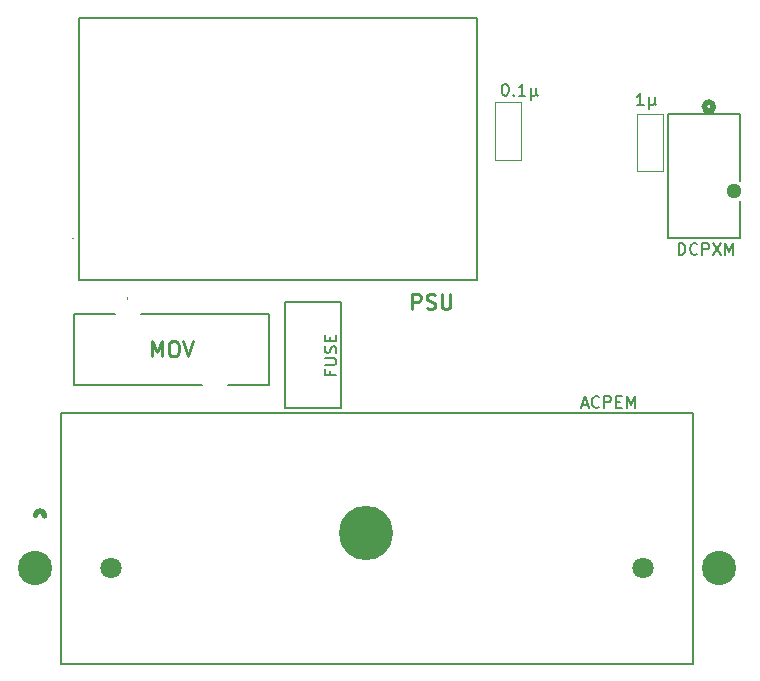
<source format=gto>
G04 #@! TF.GenerationSoftware,KiCad,Pcbnew,8.0.5*
G04 #@! TF.CreationDate,2024-11-21T16:32:45-05:00*
G04 #@! TF.ProjectId,Power_Daughterboard,506f7765-725f-4446-9175-676874657262,rev?*
G04 #@! TF.SameCoordinates,Original*
G04 #@! TF.FileFunction,Legend,Top*
G04 #@! TF.FilePolarity,Positive*
%FSLAX46Y46*%
G04 Gerber Fmt 4.6, Leading zero omitted, Abs format (unit mm)*
G04 Created by KiCad (PCBNEW 8.0.5) date 2024-11-21 16:32:45*
%MOMM*%
%LPD*%
G01*
G04 APERTURE LIST*
%ADD10C,0.150000*%
%ADD11C,0.254000*%
%ADD12C,0.120000*%
%ADD13C,0.100000*%
%ADD14C,0.200000*%
%ADD15C,0.152400*%
%ADD16C,0.508000*%
%ADD17C,1.295400*%
%ADD18C,2.895600*%
%ADD19C,1.803400*%
%ADD20C,4.600000*%
%ADD21C,1.400000*%
%ADD22R,1.800000X1.800000*%
%ADD23C,1.800000*%
%ADD24C,1.574800*%
%ADD25C,1.320800*%
%ADD26C,1.549400*%
%ADD27R,1.371600X1.371600*%
%ADD28C,1.371600*%
%ADD29R,1.500000X1.500000*%
%ADD30C,1.500000*%
G04 APERTURE END LIST*
D10*
X147207255Y-78509819D02*
X147302493Y-78509819D01*
X147302493Y-78509819D02*
X147397731Y-78557438D01*
X147397731Y-78557438D02*
X147445350Y-78605057D01*
X147445350Y-78605057D02*
X147492969Y-78700295D01*
X147492969Y-78700295D02*
X147540588Y-78890771D01*
X147540588Y-78890771D02*
X147540588Y-79128866D01*
X147540588Y-79128866D02*
X147492969Y-79319342D01*
X147492969Y-79319342D02*
X147445350Y-79414580D01*
X147445350Y-79414580D02*
X147397731Y-79462200D01*
X147397731Y-79462200D02*
X147302493Y-79509819D01*
X147302493Y-79509819D02*
X147207255Y-79509819D01*
X147207255Y-79509819D02*
X147112017Y-79462200D01*
X147112017Y-79462200D02*
X147064398Y-79414580D01*
X147064398Y-79414580D02*
X147016779Y-79319342D01*
X147016779Y-79319342D02*
X146969160Y-79128866D01*
X146969160Y-79128866D02*
X146969160Y-78890771D01*
X146969160Y-78890771D02*
X147016779Y-78700295D01*
X147016779Y-78700295D02*
X147064398Y-78605057D01*
X147064398Y-78605057D02*
X147112017Y-78557438D01*
X147112017Y-78557438D02*
X147207255Y-78509819D01*
X147969160Y-79414580D02*
X148016779Y-79462200D01*
X148016779Y-79462200D02*
X147969160Y-79509819D01*
X147969160Y-79509819D02*
X147921541Y-79462200D01*
X147921541Y-79462200D02*
X147969160Y-79414580D01*
X147969160Y-79414580D02*
X147969160Y-79509819D01*
X148969159Y-79509819D02*
X148397731Y-79509819D01*
X148683445Y-79509819D02*
X148683445Y-78509819D01*
X148683445Y-78509819D02*
X148588207Y-78652676D01*
X148588207Y-78652676D02*
X148492969Y-78747914D01*
X148492969Y-78747914D02*
X148397731Y-78795533D01*
X149397731Y-78843152D02*
X149397731Y-79843152D01*
X149873921Y-79366961D02*
X149921540Y-79462200D01*
X149921540Y-79462200D02*
X150016778Y-79509819D01*
X149397731Y-79366961D02*
X149445350Y-79462200D01*
X149445350Y-79462200D02*
X149540588Y-79509819D01*
X149540588Y-79509819D02*
X149731064Y-79509819D01*
X149731064Y-79509819D02*
X149826302Y-79462200D01*
X149826302Y-79462200D02*
X149873921Y-79366961D01*
X149873921Y-79366961D02*
X149873921Y-78843152D01*
X158990588Y-80299819D02*
X158419160Y-80299819D01*
X158704874Y-80299819D02*
X158704874Y-79299819D01*
X158704874Y-79299819D02*
X158609636Y-79442676D01*
X158609636Y-79442676D02*
X158514398Y-79537914D01*
X158514398Y-79537914D02*
X158419160Y-79585533D01*
X159419160Y-79633152D02*
X159419160Y-80633152D01*
X159895350Y-80156961D02*
X159942969Y-80252200D01*
X159942969Y-80252200D02*
X160038207Y-80299819D01*
X159419160Y-80156961D02*
X159466779Y-80252200D01*
X159466779Y-80252200D02*
X159562017Y-80299819D01*
X159562017Y-80299819D02*
X159752493Y-80299819D01*
X159752493Y-80299819D02*
X159847731Y-80252200D01*
X159847731Y-80252200D02*
X159895350Y-80156961D01*
X159895350Y-80156961D02*
X159895350Y-79633152D01*
D11*
X139397380Y-97574318D02*
X139397380Y-96304318D01*
X139397380Y-96304318D02*
X139881190Y-96304318D01*
X139881190Y-96304318D02*
X140002142Y-96364794D01*
X140002142Y-96364794D02*
X140062619Y-96425270D01*
X140062619Y-96425270D02*
X140123095Y-96546222D01*
X140123095Y-96546222D02*
X140123095Y-96727651D01*
X140123095Y-96727651D02*
X140062619Y-96848603D01*
X140062619Y-96848603D02*
X140002142Y-96909080D01*
X140002142Y-96909080D02*
X139881190Y-96969556D01*
X139881190Y-96969556D02*
X139397380Y-96969556D01*
X140606904Y-97513842D02*
X140788333Y-97574318D01*
X140788333Y-97574318D02*
X141090714Y-97574318D01*
X141090714Y-97574318D02*
X141211666Y-97513842D01*
X141211666Y-97513842D02*
X141272142Y-97453365D01*
X141272142Y-97453365D02*
X141332619Y-97332413D01*
X141332619Y-97332413D02*
X141332619Y-97211461D01*
X141332619Y-97211461D02*
X141272142Y-97090508D01*
X141272142Y-97090508D02*
X141211666Y-97030032D01*
X141211666Y-97030032D02*
X141090714Y-96969556D01*
X141090714Y-96969556D02*
X140848809Y-96909080D01*
X140848809Y-96909080D02*
X140727857Y-96848603D01*
X140727857Y-96848603D02*
X140667380Y-96788127D01*
X140667380Y-96788127D02*
X140606904Y-96667175D01*
X140606904Y-96667175D02*
X140606904Y-96546222D01*
X140606904Y-96546222D02*
X140667380Y-96425270D01*
X140667380Y-96425270D02*
X140727857Y-96364794D01*
X140727857Y-96364794D02*
X140848809Y-96304318D01*
X140848809Y-96304318D02*
X141151190Y-96304318D01*
X141151190Y-96304318D02*
X141332619Y-96364794D01*
X141876904Y-96304318D02*
X141876904Y-97332413D01*
X141876904Y-97332413D02*
X141937381Y-97453365D01*
X141937381Y-97453365D02*
X141997857Y-97513842D01*
X141997857Y-97513842D02*
X142118809Y-97574318D01*
X142118809Y-97574318D02*
X142360714Y-97574318D01*
X142360714Y-97574318D02*
X142481666Y-97513842D01*
X142481666Y-97513842D02*
X142542143Y-97453365D01*
X142542143Y-97453365D02*
X142602619Y-97332413D01*
X142602619Y-97332413D02*
X142602619Y-96304318D01*
D10*
X161944326Y-92994819D02*
X161944326Y-91994819D01*
X161944326Y-91994819D02*
X162182421Y-91994819D01*
X162182421Y-91994819D02*
X162325278Y-92042438D01*
X162325278Y-92042438D02*
X162420516Y-92137676D01*
X162420516Y-92137676D02*
X162468135Y-92232914D01*
X162468135Y-92232914D02*
X162515754Y-92423390D01*
X162515754Y-92423390D02*
X162515754Y-92566247D01*
X162515754Y-92566247D02*
X162468135Y-92756723D01*
X162468135Y-92756723D02*
X162420516Y-92851961D01*
X162420516Y-92851961D02*
X162325278Y-92947200D01*
X162325278Y-92947200D02*
X162182421Y-92994819D01*
X162182421Y-92994819D02*
X161944326Y-92994819D01*
X163515754Y-92899580D02*
X163468135Y-92947200D01*
X163468135Y-92947200D02*
X163325278Y-92994819D01*
X163325278Y-92994819D02*
X163230040Y-92994819D01*
X163230040Y-92994819D02*
X163087183Y-92947200D01*
X163087183Y-92947200D02*
X162991945Y-92851961D01*
X162991945Y-92851961D02*
X162944326Y-92756723D01*
X162944326Y-92756723D02*
X162896707Y-92566247D01*
X162896707Y-92566247D02*
X162896707Y-92423390D01*
X162896707Y-92423390D02*
X162944326Y-92232914D01*
X162944326Y-92232914D02*
X162991945Y-92137676D01*
X162991945Y-92137676D02*
X163087183Y-92042438D01*
X163087183Y-92042438D02*
X163230040Y-91994819D01*
X163230040Y-91994819D02*
X163325278Y-91994819D01*
X163325278Y-91994819D02*
X163468135Y-92042438D01*
X163468135Y-92042438D02*
X163515754Y-92090057D01*
X163944326Y-92994819D02*
X163944326Y-91994819D01*
X163944326Y-91994819D02*
X164325278Y-91994819D01*
X164325278Y-91994819D02*
X164420516Y-92042438D01*
X164420516Y-92042438D02*
X164468135Y-92090057D01*
X164468135Y-92090057D02*
X164515754Y-92185295D01*
X164515754Y-92185295D02*
X164515754Y-92328152D01*
X164515754Y-92328152D02*
X164468135Y-92423390D01*
X164468135Y-92423390D02*
X164420516Y-92471009D01*
X164420516Y-92471009D02*
X164325278Y-92518628D01*
X164325278Y-92518628D02*
X163944326Y-92518628D01*
X164849088Y-91994819D02*
X165515754Y-92994819D01*
X165515754Y-91994819D02*
X164849088Y-92994819D01*
X165896707Y-92994819D02*
X165896707Y-91994819D01*
X165896707Y-91994819D02*
X166230040Y-92709104D01*
X166230040Y-92709104D02*
X166563373Y-91994819D01*
X166563373Y-91994819D02*
X166563373Y-92994819D01*
X153738095Y-105669104D02*
X154214285Y-105669104D01*
X153642857Y-105954819D02*
X153976190Y-104954819D01*
X153976190Y-104954819D02*
X154309523Y-105954819D01*
X155214285Y-105859580D02*
X155166666Y-105907200D01*
X155166666Y-105907200D02*
X155023809Y-105954819D01*
X155023809Y-105954819D02*
X154928571Y-105954819D01*
X154928571Y-105954819D02*
X154785714Y-105907200D01*
X154785714Y-105907200D02*
X154690476Y-105811961D01*
X154690476Y-105811961D02*
X154642857Y-105716723D01*
X154642857Y-105716723D02*
X154595238Y-105526247D01*
X154595238Y-105526247D02*
X154595238Y-105383390D01*
X154595238Y-105383390D02*
X154642857Y-105192914D01*
X154642857Y-105192914D02*
X154690476Y-105097676D01*
X154690476Y-105097676D02*
X154785714Y-105002438D01*
X154785714Y-105002438D02*
X154928571Y-104954819D01*
X154928571Y-104954819D02*
X155023809Y-104954819D01*
X155023809Y-104954819D02*
X155166666Y-105002438D01*
X155166666Y-105002438D02*
X155214285Y-105050057D01*
X155642857Y-105954819D02*
X155642857Y-104954819D01*
X155642857Y-104954819D02*
X156023809Y-104954819D01*
X156023809Y-104954819D02*
X156119047Y-105002438D01*
X156119047Y-105002438D02*
X156166666Y-105050057D01*
X156166666Y-105050057D02*
X156214285Y-105145295D01*
X156214285Y-105145295D02*
X156214285Y-105288152D01*
X156214285Y-105288152D02*
X156166666Y-105383390D01*
X156166666Y-105383390D02*
X156119047Y-105431009D01*
X156119047Y-105431009D02*
X156023809Y-105478628D01*
X156023809Y-105478628D02*
X155642857Y-105478628D01*
X156642857Y-105431009D02*
X156976190Y-105431009D01*
X157119047Y-105954819D02*
X156642857Y-105954819D01*
X156642857Y-105954819D02*
X156642857Y-104954819D01*
X156642857Y-104954819D02*
X157119047Y-104954819D01*
X157547619Y-105954819D02*
X157547619Y-104954819D01*
X157547619Y-104954819D02*
X157880952Y-105669104D01*
X157880952Y-105669104D02*
X158214285Y-104954819D01*
X158214285Y-104954819D02*
X158214285Y-105954819D01*
X132431009Y-102809523D02*
X132431009Y-103142856D01*
X132954819Y-103142856D02*
X131954819Y-103142856D01*
X131954819Y-103142856D02*
X131954819Y-102666666D01*
X131954819Y-102285713D02*
X132764342Y-102285713D01*
X132764342Y-102285713D02*
X132859580Y-102238094D01*
X132859580Y-102238094D02*
X132907200Y-102190475D01*
X132907200Y-102190475D02*
X132954819Y-102095237D01*
X132954819Y-102095237D02*
X132954819Y-101904761D01*
X132954819Y-101904761D02*
X132907200Y-101809523D01*
X132907200Y-101809523D02*
X132859580Y-101761904D01*
X132859580Y-101761904D02*
X132764342Y-101714285D01*
X132764342Y-101714285D02*
X131954819Y-101714285D01*
X132907200Y-101285713D02*
X132954819Y-101142856D01*
X132954819Y-101142856D02*
X132954819Y-100904761D01*
X132954819Y-100904761D02*
X132907200Y-100809523D01*
X132907200Y-100809523D02*
X132859580Y-100761904D01*
X132859580Y-100761904D02*
X132764342Y-100714285D01*
X132764342Y-100714285D02*
X132669104Y-100714285D01*
X132669104Y-100714285D02*
X132573866Y-100761904D01*
X132573866Y-100761904D02*
X132526247Y-100809523D01*
X132526247Y-100809523D02*
X132478628Y-100904761D01*
X132478628Y-100904761D02*
X132431009Y-101095237D01*
X132431009Y-101095237D02*
X132383390Y-101190475D01*
X132383390Y-101190475D02*
X132335771Y-101238094D01*
X132335771Y-101238094D02*
X132240533Y-101285713D01*
X132240533Y-101285713D02*
X132145295Y-101285713D01*
X132145295Y-101285713D02*
X132050057Y-101238094D01*
X132050057Y-101238094D02*
X132002438Y-101190475D01*
X132002438Y-101190475D02*
X131954819Y-101095237D01*
X131954819Y-101095237D02*
X131954819Y-100857142D01*
X131954819Y-100857142D02*
X132002438Y-100714285D01*
X132431009Y-100285713D02*
X132431009Y-99952380D01*
X132954819Y-99809523D02*
X132954819Y-100285713D01*
X132954819Y-100285713D02*
X131954819Y-100285713D01*
X131954819Y-100285713D02*
X131954819Y-99809523D01*
D11*
X117367142Y-101574318D02*
X117367142Y-100304318D01*
X117367142Y-100304318D02*
X117790476Y-101211461D01*
X117790476Y-101211461D02*
X118213809Y-100304318D01*
X118213809Y-100304318D02*
X118213809Y-101574318D01*
X119060476Y-100304318D02*
X119302381Y-100304318D01*
X119302381Y-100304318D02*
X119423333Y-100364794D01*
X119423333Y-100364794D02*
X119544286Y-100485746D01*
X119544286Y-100485746D02*
X119604762Y-100727651D01*
X119604762Y-100727651D02*
X119604762Y-101150984D01*
X119604762Y-101150984D02*
X119544286Y-101392889D01*
X119544286Y-101392889D02*
X119423333Y-101513842D01*
X119423333Y-101513842D02*
X119302381Y-101574318D01*
X119302381Y-101574318D02*
X119060476Y-101574318D01*
X119060476Y-101574318D02*
X118939524Y-101513842D01*
X118939524Y-101513842D02*
X118818571Y-101392889D01*
X118818571Y-101392889D02*
X118758095Y-101150984D01*
X118758095Y-101150984D02*
X118758095Y-100727651D01*
X118758095Y-100727651D02*
X118818571Y-100485746D01*
X118818571Y-100485746D02*
X118939524Y-100364794D01*
X118939524Y-100364794D02*
X119060476Y-100304318D01*
X119967619Y-100304318D02*
X120390952Y-101574318D01*
X120390952Y-101574318D02*
X120814286Y-100304318D01*
D12*
X158380000Y-81080000D02*
X160620000Y-81080000D01*
X158380000Y-85920000D02*
X158380000Y-81080000D01*
X158380000Y-85920000D02*
X160620000Y-85920000D01*
X160620000Y-85920000D02*
X160620000Y-81080000D01*
D13*
X110600000Y-91600000D02*
X110600000Y-91600000D01*
X110700000Y-91600000D02*
X110700000Y-91600000D01*
D14*
X111150000Y-72900000D02*
X144850000Y-72900000D01*
X111150000Y-95100000D02*
X111150000Y-72900000D01*
X144850000Y-72900000D02*
X144850000Y-95100000D01*
X144850000Y-95100000D02*
X111150000Y-95100000D01*
D13*
X110600000Y-91600000D02*
G75*
G02*
X110700000Y-91600000I50000J0D01*
G01*
X110700000Y-91600000D02*
G75*
G02*
X110600000Y-91600000I-50000J0D01*
G01*
D12*
X146380000Y-80080000D02*
X148620000Y-80080000D01*
X146380000Y-84920000D02*
X146380000Y-80080000D01*
X146380000Y-84920000D02*
X148620000Y-84920000D01*
X148620000Y-84920000D02*
X148620000Y-80080000D01*
D15*
X161072999Y-81077600D02*
X161072999Y-91542400D01*
X161072999Y-91542400D02*
X167168999Y-91542400D01*
X167168999Y-81077600D02*
X161072999Y-81077600D01*
X167168999Y-86742037D02*
X167168999Y-81077600D01*
X167168999Y-91542400D02*
X167168999Y-88417963D01*
D16*
X164881000Y-80442600D02*
G75*
G02*
X164119000Y-80442600I-381000J0D01*
G01*
X164119000Y-80442600D02*
G75*
G02*
X164881000Y-80442600I381000J0D01*
G01*
D15*
X109638402Y-106357099D02*
X109638402Y-127616899D01*
X109638402Y-127616899D02*
X163181602Y-127616899D01*
X163181602Y-106357099D02*
X109638402Y-106357099D01*
X163181602Y-127616899D02*
X163181602Y-106357099D01*
D16*
X107481324Y-115028775D02*
G75*
G02*
X108241402Y-115066999I379078J-38224D01*
G01*
D15*
X128612400Y-97016900D02*
X128612400Y-105983100D01*
X128612400Y-97016900D02*
X133387600Y-97016900D01*
X128612400Y-105983100D02*
X133387600Y-105983100D01*
X133387600Y-97016900D02*
X133387600Y-105983100D01*
D14*
X110750000Y-98000000D02*
X110750000Y-104000000D01*
X110750000Y-104000000D02*
X121600000Y-104000000D01*
X114200000Y-98000000D02*
X110750000Y-98000000D01*
D13*
X115250000Y-96600000D02*
X115250000Y-96600000D01*
X115250000Y-96700000D02*
X115250000Y-96700000D01*
D14*
X123800000Y-104000000D02*
X127250000Y-104000000D01*
X127250000Y-98000000D02*
X116400000Y-98000000D01*
X127250000Y-104000000D02*
X127250000Y-98000000D01*
D13*
X115250000Y-96600000D02*
G75*
G02*
X115250000Y-96700000I0J-50000D01*
G01*
X115250000Y-96700000D02*
G75*
G02*
X115250000Y-96600000I0J50000D01*
G01*
D17*
X166660000Y-87580000D03*
D18*
X107459996Y-119489999D03*
D19*
X113909996Y-119489999D03*
D20*
X135500000Y-116500000D03*
D19*
X158910007Y-119489999D03*
D18*
X165360007Y-119489999D03*
%LPC*%
D21*
X159500000Y-84750000D03*
X159500000Y-82250000D03*
D22*
X114000000Y-91600000D03*
D23*
X114000000Y-76400000D03*
X142000000Y-76400000D03*
X142000000Y-84000000D03*
D21*
X147500000Y-83750000D03*
X147500000Y-81250000D03*
D24*
X164500000Y-82500000D03*
X164500000Y-85040000D03*
X164500000Y-87580000D03*
X164500000Y-90120000D03*
D25*
X122060000Y-113330000D03*
X129060003Y-113330000D03*
D26*
X147510000Y-109489998D03*
X156110003Y-109489998D03*
D27*
X131000000Y-104040000D03*
D28*
X131000000Y-98960000D03*
D29*
X115250000Y-98000000D03*
D30*
X122750000Y-104000000D03*
%LPD*%
M02*

</source>
